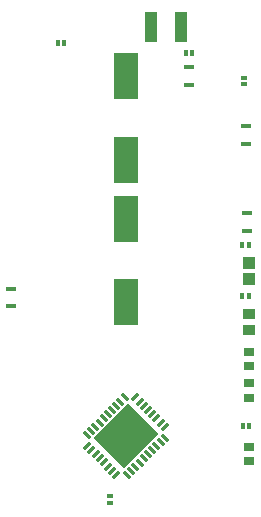
<source format=gtp>
G04*
G04 #@! TF.GenerationSoftware,Altium Limited,Altium Designer,20.2.6 (244)*
G04*
G04 Layer_Color=8421504*
%FSLAX25Y25*%
%MOIN*%
G70*
G04*
G04 #@! TF.SameCoordinates,16A80645-BAA7-4206-B01B-76556F111C33*
G04*
G04*
G04 #@! TF.FilePolarity,Positive*
G04*
G01*
G75*
G04:AMPARAMS|DCode=13|XSize=161.42mil|YSize=141.73mil|CornerRadius=0mil|HoleSize=0mil|Usage=FLASHONLY|Rotation=225.000|XOffset=0mil|YOffset=0mil|HoleType=Round|Shape=Rectangle|*
%AMROTATEDRECTD13*
4,1,4,0.00696,0.10718,0.10718,0.00696,-0.00696,-0.10718,-0.10718,-0.00696,0.00696,0.10718,0.0*
%
%ADD13ROTATEDRECTD13*%

G04:AMPARAMS|DCode=14|XSize=31.5mil|YSize=11.81mil|CornerRadius=0mil|HoleSize=0mil|Usage=FLASHONLY|Rotation=135.000|XOffset=0mil|YOffset=0mil|HoleType=Round|Shape=Rectangle|*
%AMROTATEDRECTD14*
4,1,4,0.01531,-0.00696,0.00696,-0.01531,-0.01531,0.00696,-0.00696,0.01531,0.01531,-0.00696,0.0*
%
%ADD14ROTATEDRECTD14*%

G04:AMPARAMS|DCode=15|XSize=31.5mil|YSize=11.81mil|CornerRadius=0mil|HoleSize=0mil|Usage=FLASHONLY|Rotation=45.000|XOffset=0mil|YOffset=0mil|HoleType=Round|Shape=Rectangle|*
%AMROTATEDRECTD15*
4,1,4,-0.00696,-0.01531,-0.01531,-0.00696,0.00696,0.01531,0.01531,0.00696,-0.00696,-0.01531,0.0*
%
%ADD15ROTATEDRECTD15*%

%ADD16R,0.03347X0.01772*%
%ADD17R,0.07874X0.15748*%
%ADD18R,0.04331X0.10236*%
%ADD19R,0.03543X0.02953*%
%ADD20R,0.01181X0.02362*%
%ADD21R,0.02362X0.01181*%
%ADD22R,0.03347X0.02953*%
%ADD23R,0.04134X0.04134*%
%ADD24R,0.04134X0.03543*%
D13*
X30000Y-131100D02*
D03*
D14*
X42945Y-131518D02*
D03*
X41553Y-132910D02*
D03*
X40161Y-134301D02*
D03*
X38769Y-135693D02*
D03*
X37377Y-137085D02*
D03*
X35985Y-138477D02*
D03*
X34593Y-139869D02*
D03*
X33202Y-141261D02*
D03*
X31809Y-142653D02*
D03*
X30418Y-144045D02*
D03*
X29582Y-118155D02*
D03*
X28190Y-119547D02*
D03*
X26798Y-120939D02*
D03*
X25407Y-122331D02*
D03*
X24015Y-123723D02*
D03*
X22623Y-125115D02*
D03*
X21231Y-126507D02*
D03*
X19839Y-127899D02*
D03*
X18447Y-129290D02*
D03*
X17055Y-130682D02*
D03*
D15*
X42945Y-127899D02*
D03*
X41553Y-126507D02*
D03*
X40161Y-125115D02*
D03*
X38769Y-123723D02*
D03*
X26868Y-143975D02*
D03*
X25476Y-142584D02*
D03*
X24084Y-141192D02*
D03*
X22692Y-139800D02*
D03*
X37377Y-122331D02*
D03*
X35985Y-120939D02*
D03*
X34593Y-119547D02*
D03*
X33202Y-118155D02*
D03*
X21300Y-138408D02*
D03*
X19908Y-137016D02*
D03*
X18517Y-135624D02*
D03*
X17124Y-134232D02*
D03*
D16*
X51200Y-13853D02*
D03*
Y-7947D02*
D03*
X70100Y-33653D02*
D03*
Y-27747D02*
D03*
X-8200Y-87753D02*
D03*
Y-81847D02*
D03*
X70500Y-62653D02*
D03*
Y-56747D02*
D03*
D17*
X30000Y-58524D02*
D03*
Y-86476D02*
D03*
Y-38976D02*
D03*
Y-11024D02*
D03*
D18*
X48518Y5300D02*
D03*
X38282D02*
D03*
D19*
X71000Y-103038D02*
D03*
X70900Y-139362D02*
D03*
Y-134638D02*
D03*
X71000Y-107762D02*
D03*
D20*
X50000Y-3300D02*
D03*
X9500Y0D02*
D03*
X71100Y-127700D02*
D03*
X68900D02*
D03*
X7300Y0D02*
D03*
X52200Y-3300D02*
D03*
X68800Y-67500D02*
D03*
X71000D02*
D03*
X68800Y-84400D02*
D03*
X71000D02*
D03*
D21*
X24600Y-153300D02*
D03*
X69400Y-13710D02*
D03*
X24600Y-151100D02*
D03*
X69400Y-11509D02*
D03*
D22*
X71000Y-118359D02*
D03*
Y-113241D02*
D03*
D23*
Y-73343D02*
D03*
Y-78658D02*
D03*
D24*
Y-95557D02*
D03*
Y-90242D02*
D03*
M02*

</source>
